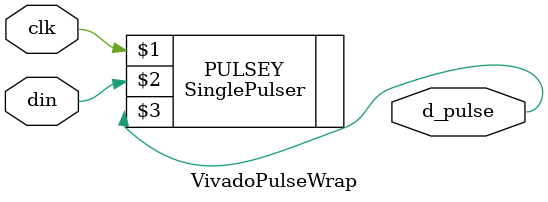
<source format=v>
`timescale 1ns / 1ps


module VivadoPulseWrap(input clk, din, output reg d_pulse);
    SinglePulser PULSEY (clk, din, d_pulse);
endmodule

</source>
